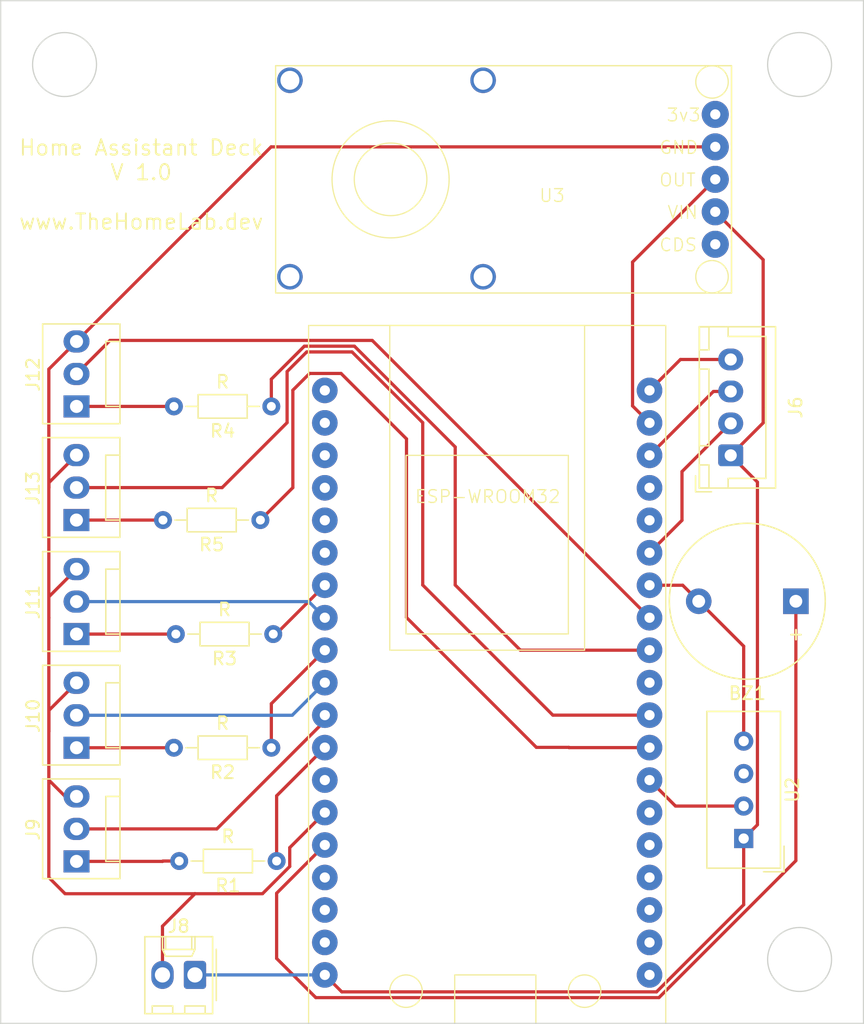
<source format=kicad_pcb>
(kicad_pcb (version 20241229) (generator "pcbnew") (generator_version "9.0")
  (layers (0 "F.Cu" signal) (2 "B.Cu" signal) (13 "F.Paste" user) (15 "B.Paste" user) (5 "F.SilkS" user "F.Silkscreen") (7 "B.SilkS" user "B.Silkscreen") (1 "F.Mask" user) (3 "B.Mask" user) (25 "Edge.Cuts" user))
  (net 0 "")
  (net 1 "+5V")
  (net 2 "Net-(J6-Pin_2)")
  (net 3 "Net-(J6-Pin_3)")
  (net 6 "Net-(BZ1-+)")
  (net 7 "Net-(U1-GPIO25)")
  (net 8 "Net-(U1-GPIO32)")
  (net 10 "GND")
  (net 22 "Net-(J9-Pin_2)")
  (net 23 "Net-(J9-Pin_1)")
  (net 24 "Net-(J10-Pin_1)")
  (net 25 "Net-(J10-Pin_2)")
  (net 26 "Net-(J11-Pin_1)")
  (net 27 "Net-(J11-Pin_2)")
  (net 28 "Net-(J12-Pin_1)")
  (net 29 "Net-(J12-Pin_2)")
  (net 30 "Net-(J13-Pin_2)")
  (net 31 "Net-(J13-Pin_1)")
  (net 32 "Net-(U1-GPIO18)")
  (net 33 "Net-(U1-GPIO04)")
  (net 39 "Net-(U1-GPIO23)")
  (net 40 "Net-(U1-GPIO14)")
  (net 41 "Net-(U1-RX2{slash}GPIO16)")
  (footprint "Connector:FanPinHeader_1x03_P2.54mm_Vertical" (layer "F.Cu") (at 127.475 92.23 90)
    (property "Reference" "J10" (at 2.5 -3.4 90) (layer "F.SilkS"))
    (property "Value" "Conn_01x03_Pin" (hide yes))
    (fp_line (start 6.45 -2.65) (end 6.45 3.4) (stroke (width 0.12)) (layer "F.SilkS"))
    (fp_line (start -1.35 -2.65) (end 6.45 -2.65) (stroke (width 0.12)) (layer "F.SilkS"))
    (fp_line (start 5.08 2.29) (end 5.08 3.3) (stroke (width 0.12)) (layer "F.SilkS"))
    (fp_line (start 0 2.29) (end 5.08 2.29) (stroke (width 0.12)) (layer "F.SilkS"))
    (fp_line (start 0 3.3) (end 0 2.29) (stroke (width 0.12)) (layer "F.SilkS"))
    (fp_line (start 6.45 3.4) (end -1.35 3.4) (stroke (width 0.12)) (layer "F.SilkS"))
    (fp_line (start -1.35 3.4) (end -1.35 -2.65) (stroke (width 0.12)) (layer "F.SilkS"))
    (pad "1" thru_hole rect (at 0 0 180) (size 2.03 1.73) (drill 1.02) (layers "*.Cu" "*.Mask") (net 24 "Net-(J10-Pin_1)"))
    (pad "2" thru_hole oval (at 2.54 0 180) (size 2.03 1.73) (drill 1.02) (layers "*.Cu" "*.Mask") (net 25 "Net-(J10-Pin_2)"))
    (pad "3" thru_hole oval (at 5.08 0 180) (size 2.03 1.73) (drill 1.02) (layers "*.Cu" "*.Mask") (net 10 "GND"))
  )
  (footprint "Connector:FanPinHeader_1x03_P2.54mm_Vertical" (layer "F.Cu") (at 127.475 101.12 90)
    (property "Reference" "J9" (at 2.5 -3.4 90) (layer "F.SilkS"))
    (property "Value" "Conn_01x03_Pin" (hide yes))
    (fp_line (start 6.45 -2.65) (end 6.45 3.4) (stroke (width 0.12)) (layer "F.SilkS"))
    (fp_line (start -1.35 -2.65) (end 6.45 -2.65) (stroke (width 0.12)) (layer "F.SilkS"))
    (fp_line (start 5.08 2.29) (end 5.08 3.3) (stroke (width 0.12)) (layer "F.SilkS"))
    (fp_line (start 0 2.29) (end 5.08 2.29) (stroke (width 0.12)) (layer "F.SilkS"))
    (fp_line (start 0 3.3) (end 0 2.29) (stroke (width 0.12)) (layer "F.SilkS"))
    (fp_line (start 6.45 3.4) (end -1.35 3.4) (stroke (width 0.12)) (layer "F.SilkS"))
    (fp_line (start -1.35 3.4) (end -1.35 -2.65) (stroke (width 0.12)) (layer "F.SilkS"))
    (pad "1" thru_hole rect (at 0 0 180) (size 2.03 1.73) (drill 1.02) (layers "*.Cu" "*.Mask") (net 23 "Net-(J9-Pin_1)"))
    (pad "2" thru_hole oval (at 2.54 0 180) (size 2.03 1.73) (drill 1.02) (layers "*.Cu" "*.Mask") (net 22 "Net-(J9-Pin_2)"))
    (pad "3" thru_hole oval (at 5.08 0 180) (size 2.03 1.73) (drill 1.02) (layers "*.Cu" "*.Mask") (net 10 "GND"))
  )
  (footprint "Sensors:RCWL-0516" (layer "F.Cu") (at 164.7435 47.77)
    (property "Reference" "U3" (at -0.0635 1.27 0) (layer "F.SilkS") (effects (font (thickness 0.1))))
    (property "Value" "~" (hide yes))
    (fp_rect (start -21.6916 -8.89) (end 13.97 8.89) (stroke (width 0.1)) (fill no) (layer "F.SilkS"))
    (fp_rect (start -21.6916 -8.89) (end 13.97 8.89) (stroke (width 0.1)) (fill no) (layer "F.SilkS"))
    (fp_circle (center -12.7 0) (end -15.24 -3.81) (stroke (width 0.1)) (fill no) (layer "F.SilkS"))
    (fp_circle (center -12.7 0) (end -15.24 -1.27) (stroke (width 0.1)) (fill no) (layer "F.SilkS"))
    (fp_circle (center 12.446 -7.62) (end 11.176 -7.62) (stroke (width 0.1)) (fill no) (layer "F.SilkS"))
    (fp_circle (center 12.446 7.62) (end 11.43 6.858) (stroke (width 0.1)) (fill no) (layer "F.SilkS"))
    (fp_text user "OUT" (at 8.255 0.635 0) (layer "F.SilkS") (effects (font (thickness 0.1)) (justify left bottom)))
    (fp_text user "VIN" (at 8.89 3.175 0) (layer "F.SilkS") (effects (font (thickness 0.1)) (justify left bottom)))
    (fp_text user "GND" (at 8.255 -1.905 0) (layer "F.SilkS") (effects (font (thickness 0.1)) (justify left bottom)))
    (fp_text user "3v3" (at 8.8265 -4.445 0) (layer "F.SilkS") (effects (font (thickness 0.1)) (justify left bottom)))
    (fp_text user "CDS" (at 8.255 5.715 0) (layer "F.SilkS") (effects (font (thickness 0.1)) (justify left bottom)))
    (pad "1" thru_hole circle (at 12.7 -5.08 180) (size 2.116667 2.116667) (drill 0.8) (layers "*.Cu" "*.Mask"))
    (pad "2" thru_hole circle (at -20.574 -7.747 180) (size 2 2) (drill 1.48) (layers "*.Cu" "*.Mask") (net 10 "GND"))
    (pad "2" thru_hole circle (at -20.574 7.62 180) (size 2 2) (drill 1.48) (layers "*.Cu" "*.Mask") (net 10 "GND"))
    (pad "2" thru_hole circle (at -5.461 -7.747 180) (size 2 2) (drill 1.48) (layers "*.Cu" "*.Mask") (net 10 "GND"))
    (pad "2" thru_hole circle (at -5.461 7.62 180) (size 2 2) (drill 1.48) (layers "*.Cu" "*.Mask") (net 10 "GND"))
    (pad "2" thru_hole circle (at 12.7 -2.54 180) (size 2.116667 2.116667) (drill 0.8) (layers "*.Cu" "*.Mask") (net 10 "GND"))
    (pad "3" thru_hole circle (at 12.7 0 180) (size 2.116667 2.116667) (drill 0.8) (layers "*.Cu" "*.Mask") (net 39 "Net-(U1-GPIO23)"))
    (pad "4" thru_hole circle (at 12.7 2.54 180) (size 2.116667 2.116667) (drill 0.8) (layers "*.Cu" "*.Mask") (net 1 "+5V"))
    (pad "5" thru_hole circle (at 12.7 5.08 180) (size 2.116667 2.116667) (drill 0.8) (layers "*.Cu" "*.Mask"))
  )
  (footprint "ESP:ESP32-Wroom-NodeMCU" (layer "F.Cu") (at 146.9 110)
    (property "Reference" "U1" (hide yes))
    (property "Value" "ESP32-WROOM-NODEMCU" (hide yes))
    (fp_rect (start -1.27 -50.8) (end 26.67 3.81) (stroke (width 0.1)) (fill no) (layer "F.SilkS"))
    (fp_rect (start 5.08 -50.8) (end 20.32 -25.4) (stroke (width 0.1)) (fill no) (layer "F.SilkS"))
    (fp_rect (start 6.35 -40.64) (end 19.05 -26.67) (stroke (width 0.1)) (fill no) (layer "F.SilkS"))
    (fp_rect (start 10.16 0) (end 16.51 3.81) (stroke (width 0.1)) (fill no) (layer "F.SilkS"))
    (fp_circle (center 6.35 1.27) (end 7.62 1.27) (stroke (width 0.1)) (fill no) (layer "F.SilkS"))
    (fp_circle (center 20.32 1.27) (end 21.59 1.27) (stroke (width 0.1)) (fill no) (layer "F.SilkS"))
    (fp_text user "ESP-WROOM32" (at 6.985 -36.83 0) (layer "F.SilkS") (effects (font (thickness 0.1)) (justify left bottom)))
    (pad "1" thru_hole circle (at 0 0) (size 2 2) (drill 0.8) (layers "*.Cu" "*.Mask") (net 1 "+5V"))
    (pad "2" thru_hole circle (at 0 -2.54) (size 2 2) (drill 0.8) (layers "*.Cu" "*.Mask"))
    (pad "3" thru_hole circle (at 0 -5.08) (size 2 2) (drill 0.8) (layers "*.Cu" "*.Mask"))
    (pad "4" thru_hole circle (at 0 -7.62) (size 2 2) (drill 0.8) (layers "*.Cu" "*.Mask"))
    (pad "5" thru_hole circle (at 0 -10.16) (size 2 2) (drill 0.8) (layers "*.Cu" "*.Mask") (net 6 "Net-(BZ1-+)"))
    (pad "6" thru_hole circle (at 0 -12.7) (size 2 2) (drill 0.8) (layers "*.Cu" "*.Mask") (net 10 "GND"))
    (pad "6" thru_hole circle (at 25.4 -45.72) (size 2 2) (drill 0.8) (layers "*.Cu" "*.Mask") (net 10 "GND"))
    (pad "6" thru_hole circle (at 25.4 -30.48) (size 2 2) (drill 0.8) (layers "*.Cu" "*.Mask") (net 10 "GND"))
    (pad "7" thru_hole circle (at 0 -15.24) (size 2 2) (drill 0.8) (layers "*.Cu" "*.Mask"))
    (pad "8" thru_hole circle (at 0 -17.78) (size 2 2) (drill 0.8) (layers "*.Cu" "*.Mask") (net 40 "Net-(U1-GPIO14)"))
    (pad "9" thru_hole circle (at 0 -20.32) (size 2 2) (drill 0.8) (layers "*.Cu" "*.Mask") (net 22 "Net-(J9-Pin_2)"))
    (pad "10" thru_hole circle (at 0 -22.86) (size 2 2) (drill 0.8) (layers "*.Cu" "*.Mask") (net 25 "Net-(J10-Pin_2)"))
    (pad "11" thru_hole circle (at 0 -25.4) (size 2 2) (drill 0.8) (layers "*.Cu" "*.Mask") (net 7 "Net-(U1-GPIO25)"))
    (pad "12" thru_hole circle (at 0 -27.94) (size 2 2) (drill 0.8) (layers "*.Cu" "*.Mask") (net 27 "Net-(J11-Pin_2)"))
    (pad "13" thru_hole circle (at 0 -30.48) (size 2 2) (drill 0.8) (layers "*.Cu" "*.Mask") (net 8 "Net-(U1-GPIO32)"))
    (pad "14" thru_hole circle (at 0 -33.02) (size 2 2) (drill 0.8) (layers "*.Cu" "*.Mask"))
    (pad "15" thru_hole circle (at 0 -35.56) (size 2 2) (drill 0.8) (layers "*.Cu" "*.Mask"))
    (pad "16" thru_hole circle (at 0 -38.1) (size 2 2) (drill 0.8) (layers "*.Cu" "*.Mask"))
    (pad "17" thru_hole circle (at 0 -40.64) (size 2 2) (drill 0.8) (layers "*.Cu" "*.Mask"))
    (pad "18" thru_hole circle (at 0 -43.18) (size 2 2) (drill 0.8) (layers "*.Cu" "*.Mask"))
    (pad "19" thru_hole circle (at 0 -45.72) (size 2 2) (drill 0.8) (layers "*.Cu" "*.Mask"))
    (pad "20" thru_hole circle (at 25.4 0) (size 2 2) (drill 0.8) (layers "*.Cu" "*.Mask"))
    (pad "21" thru_hole circle (at 25.4 -2.54) (size 2 2) (drill 0.8) (layers "*.Cu" "*.Mask"))
    (pad "22" thru_hole circle (at 25.4 -5.08) (size 2 2) (drill 0.8) (layers "*.Cu" "*.Mask"))
    (pad "23" thru_hole circle (at 25.4 -7.62) (size 2 2) (drill 0.8) (layers "*.Cu" "*.Mask"))
    (pad "24" thru_hole circle (at 25.4 -10.16) (size 2 2) (drill 0.8) (layers "*.Cu" "*.Mask"))
    (pad "25" thru_hole circle (at 25.4 -12.7) (size 2 2) (drill 0.8) (layers "*.Cu" "*.Mask"))
    (pad "26" thru_hole circle (at 25.4 -15.24) (size 2 2) (drill 0.8) (layers "*.Cu" "*.Mask") (net 33 "Net-(U1-GPIO04)"))
    (pad "27" thru_hole circle (at 25.4 -17.78) (size 2 2) (drill 0.8) (layers "*.Cu" "*.Mask") (net 41 "Net-(U1-RX2{slash}GPIO16)"))
    (pad "28" thru_hole circle (at 25.4 -20.32) (size 2 2) (drill 0.8) (layers "*.Cu" "*.Mask") (net 30 "Net-(J13-Pin_2)"))
    (pad "29" thru_hole circle (at 25.4 -22.86) (size 2 2) (drill 0.8) (layers "*.Cu" "*.Mask"))
    (pad "30" thru_hole circle (at 25.4 -25.4) (size 2 2) (drill 0.8) (layers "*.Cu" "*.Mask") (net 32 "Net-(U1-GPIO18)"))
    (pad "31" thru_hole circle (at 25.4 -27.94) (size 2 2) (drill 0.8) (layers "*.Cu" "*.Mask") (net 29 "Net-(J12-Pin_2)"))
    (pad "33" thru_hole circle (at 25.4 -33.02) (size 2 2) (drill 0.8) (layers "*.Cu" "*.Mask") (net 2 "Net-(J6-Pin_2)"))
    (pad "34" thru_hole circle (at 25.4 -35.56) (size 2 2) (drill 0.8) (layers "*.Cu" "*.Mask"))
    (pad "35" thru_hole circle (at 25.4 -38.1) (size 2 2) (drill 0.8) (layers "*.Cu" "*.Mask"))
    (pad "36" thru_hole circle (at 25.4 -40.64) (size 2 2) (drill 0.8) (layers "*.Cu" "*.Mask") (net 3 "Net-(J6-Pin_3)"))
    (pad "37" thru_hole circle (at 25.4 -43.18) (size 2 2) (drill 0.8) (layers "*.Cu" "*.Mask") (net 39 "Net-(U1-GPIO23)"))
  )
  (footprint "Sensor:Aosong_DHT11_5.5x12.0_P2.54mm" (layer "F.Cu") (at 179.666 99.332 180)
    (property "Reference" "U2" (at -3.81 3.81 270) (layer "F.SilkS"))
    (property "Value" "DHT11" (hide yes))
    (fp_line (start 2.88 9.94) (end -2.88 9.94) (stroke (width 0.12)) (layer "F.SilkS"))
    (fp_line (start 2.88 -2.32) (end 2.88 9.94) (stroke (width 0.12)) (layer "F.SilkS"))
    (fp_line (start -2.87 -2.32) (end 2.87 -2.32) (stroke (width 0.12)) (layer "F.SilkS"))
    (fp_line (start -2.88 9.94) (end -2.88 -2.31) (stroke (width 0.12)) (layer "F.SilkS"))
    (fp_line (start -3.16 -2.6) (end -1.55 -2.6) (stroke (width 0.12)) (layer "F.SilkS"))
    (fp_line (start -3.16 -2.6) (end -3.16 -0.6) (stroke (width 0.12)) (layer "F.SilkS"))
    (pad "1" thru_hole rect (at 0 0 180) (size 1.5 1.5) (drill 0.8) (layers "*.Cu" "*.Mask") (net 1 "+5V"))
    (pad "2" thru_hole circle (at 0 2.54 180) (size 1.5 1.5) (drill 0.8) (layers "*.Cu" "*.Mask") (net 33 "Net-(U1-GPIO04)"))
    (pad "3" thru_hole circle (at 0 5.08 180) (size 1.5 1.5) (drill 0.8) (layers "*.Cu" "*.Mask"))
    (pad "4" thru_hole circle (at 0 7.62 180) (size 1.5 1.5) (drill 0.8) (layers "*.Cu" "*.Mask") (net 10 "GND"))
  )
  (footprint "Buzzer_Beeper:Buzzer_12x9.5RM7.6" (layer "F.Cu") (at 183.749 80.772 180)
    (property "Reference" "BZ1" (at 3.8 -7.2 0) (layer "F.SilkS"))
    (property "Value" "Buzzer")
    (fp_circle (center 3.8 0) (end 9.9 0) (stroke (width 0.12)) (fill no) (layer "F.SilkS"))
    (fp_text user "+" (at -0.01 -2.54 0) (layer "F.SilkS"))
    (pad "1" thru_hole rect (at 0 0 180) (size 2 2) (drill 1) (layers "*.Cu" "*.Mask") (net 6 "Net-(BZ1-+)"))
    (pad "2" thru_hole circle (at 7.6 0 180) (size 2 2) (drill 1) (layers "*.Cu" "*.Mask") (net 10 "GND"))
  )
  (footprint "Resistor_THT:R_Axial_DIN0204_L3.6mm_D1.6mm_P7.62mm_Horizontal" (layer "F.Cu") (at 143.129 101.092 180)
    (property "Reference" "R1" (at 3.81 -1.92 180) (layer "F.SilkS"))
    (property "Value" "R" (at 3.81 1.92 180) (layer "F.SilkS"))
    (fp_line (start 6.68 0) (end 5.73 0) (stroke (width 0.12)) (layer "F.SilkS"))
    (fp_line (start 0.94 0) (end 1.89 0) (stroke (width 0.12)) (layer "F.SilkS"))
    (fp_rect (start 1.89 -0.92) (end 5.73 0.92) (stroke (width 0.12)) (fill no) (layer "F.SilkS"))
    (pad "1" thru_hole circle (at 0 0 180) (size 1.4 1.4) (drill 0.7) (layers "*.Cu" "*.Mask") (net 40 "Net-(U1-GPIO14)"))
    (pad "2" thru_hole circle (at 7.62 0 180) (size 1.4 1.4) (drill 0.7) (layers "*.Cu" "*.Mask") (net 23 "Net-(J9-Pin_1)"))
  )
  (footprint "Connector_Molex:Molex_KK-254_AE-6410-02A_1x02_P2.54mm_Vertical" (layer "F.Cu") (at 136.74 110 180)
    (property "Reference" "J8" (at 1.27 3.81 0) (layer "F.SilkS"))
    (property "Value" "Conn_01x02" (hide yes))
    (fp_line (start 3.92 2.99) (end 3.92 -3.03) (stroke (width 0.12)) (layer "F.SilkS"))
    (fp_line (start 3.92 -3.03) (end -1.38 -3.03) (stroke (width 0.12)) (layer "F.SilkS"))
    (fp_line (start 3.34 -2.43) (end 3.34 -3.03) (stroke (width 0.12)) (layer "F.SilkS"))
    (fp_line (start 2.54 1.99) (end 2.54 2.99) (stroke (width 0.12)) (layer "F.SilkS"))
    (fp_line (start 2.29 2.99) (end 2.29 1.99) (stroke (width 0.12)) (layer "F.SilkS"))
    (fp_line (start 2.29 1.46) (end 2.54 1.99) (stroke (width 0.12)) (layer "F.SilkS"))
    (fp_line (start 1.74 -2.43) (end 3.34 -2.43) (stroke (width 0.12)) (layer "F.SilkS"))
    (fp_line (start 1.74 -3.03) (end 1.74 -2.43) (stroke (width 0.12)) (layer "F.SilkS"))
    (fp_line (start 0.8 -2.43) (end 0.8 -3.03) (stroke (width 0.12)) (layer "F.SilkS"))
    (fp_line (start 0.25 2.99) (end 0.25 1.99) (stroke (width 0.12)) (layer "F.SilkS"))
    (fp_line (start 0.25 1.46) (end 2.29 1.46) (stroke (width 0.12)) (layer "F.SilkS"))
    (fp_line (start 0 2.99) (end 0 1.99) (stroke (width 0.12)) (layer "F.SilkS"))
    (fp_line (start 0 1.99) (end 2.54 1.99) (stroke (width 0.12)) (layer "F.SilkS"))
    (fp_line (start 0 1.99) (end 0.25 1.46) (stroke (width 0.12)) (layer "F.SilkS"))
    (fp_line (start -0.8 -2.43) (end 0.8 -2.43) (stroke (width 0.12)) (layer "F.SilkS"))
    (fp_line (start -0.8 -3.03) (end -0.8 -2.43) (stroke (width 0.12)) (layer "F.SilkS"))
    (fp_line (start -1.38 2.99) (end 3.92 2.99) (stroke (width 0.12)) (layer "F.SilkS"))
    (fp_line (start -1.38 -3.03) (end -1.38 2.99) (stroke (width 0.12)) (layer "F.SilkS"))
    (fp_line (start -1.67 -2) (end -1.67 2) (stroke (width 0.12)) (layer "F.SilkS"))
    (pad "1" thru_hole roundrect (at 0 0 180) (size 1.74 2.19) (drill 1.19) (layers "*.Cu" "*.Mask") (roundrect_rratio 0.143678) (net 1 "+5V"))
    (pad "2" thru_hole oval (at 2.54 0 180) (size 1.74 2.19) (drill 1.19) (layers "*.Cu" "*.Mask") (net 10 "GND"))
  )
  (footprint "Connector:FanPinHeader_1x03_P2.54mm_Vertical" (layer "F.Cu") (at 127.475 83.34 90)
    (property "Reference" "J11" (at 2.5 -3.4 90) (layer "F.SilkS"))
    (property "Value" "Conn_01x03_Pin")
    (fp_line (start 6.45 -2.65) (end 6.45 3.4) (stroke (width 0.12)) (layer "F.SilkS"))
    (fp_line (start -1.35 -2.65) (end 6.45 -2.65) (stroke (width 0.12)) (layer "F.SilkS"))
    (fp_line (start 5.08 2.29) (end 5.08 3.3) (stroke (width 0.12)) (layer "F.SilkS"))
    (fp_line (start 0 2.29) (end 5.08 2.29) (stroke (width 0.12)) (layer "F.SilkS"))
    (fp_line (start 0 3.3) (end 0 2.29) (stroke (width 0.12)) (layer "F.SilkS"))
    (fp_line (start 6.45 3.4) (end -1.35 3.4) (stroke (width 0.12)) (layer "F.SilkS"))
    (fp_line (start -1.35 3.4) (end -1.35 -2.65) (stroke (width 0.12)) (layer "F.SilkS"))
    (pad "1" thru_hole rect (at 0 0 180) (size 2.03 1.73) (drill 1.02) (layers "*.Cu" "*.Mask") (net 26 "Net-(J11-Pin_1)"))
    (pad "2" thru_hole oval (at 2.54 0 180) (size 2.03 1.73) (drill 1.02) (layers "*.Cu" "*.Mask") (net 27 "Net-(J11-Pin_2)"))
    (pad "3" thru_hole oval (at 5.08 0 180) (size 2.03 1.73) (drill 1.02) (layers "*.Cu" "*.Mask") (net 10 "GND"))
  )
  (footprint "Connector_JST:JST_XH_B4B-XH-A_1x04_P2.50mm_Vertical" (layer "F.Cu") (at 178.65 69.36 90)
    (property "Reference" "J6" (at 3.75 5.08 90) (layer "F.SilkS"))
    (property "Value" "Conn_01x04_Pin" (hide yes))
    (fp_line (start -1.6 -2.75) (end -2.85 -2.75) (stroke (width 0.12)) (layer "F.SilkS"))
    (fp_line (start -2.85 -2.75) (end -2.85 -1.5) (stroke (width 0.12)) (layer "F.SilkS"))
    (fp_line (start 10.06 -2.46) (end -2.56 -2.46) (stroke (width 0.12)) (layer "F.SilkS"))
    (fp_line (start -2.56 -2.46) (end -2.56 3.51) (stroke (width 0.12)) (layer "F.SilkS"))
    (fp_line (start 10.05 -2.45) (end 8.25 -2.45) (stroke (width 0.12)) (layer "F.SilkS"))
    (fp_line (start 8.25 -2.45) (end 8.25 -1.7) (stroke (width 0.12)) (layer "F.SilkS"))
    (fp_line (start 6.75 -2.45) (end 0.75 -2.45) (stroke (width 0.12)) (layer "F.SilkS"))
    (fp_line (start 0.75 -2.45) (end 0.75 -1.7) (stroke (width 0.12)) (layer "F.SilkS"))
    (fp_line (start -0.75 -2.45) (end -2.55 -2.45) (stroke (width 0.12)) (layer "F.SilkS"))
    (fp_line (start -2.55 -2.45) (end -2.55 -1.7) (stroke (width 0.12)) (layer "F.SilkS"))
    (fp_line (start 10.05 -1.7) (end 10.05 -2.45) (stroke (width 0.12)) (layer "F.SilkS"))
    (fp_line (start 8.25 -1.7) (end 10.05 -1.7) (stroke (width 0.12)) (layer "F.SilkS"))
    (fp_line (start 6.75 -1.7) (end 6.75 -2.45) (stroke (width 0.12)) (layer "F.SilkS"))
    (fp_line (start 0.75 -1.7) (end 6.75 -1.7) (stroke (width 0.12)) (layer "F.SilkS"))
    (fp_line (start -0.75 -1.7) (end -0.75 -2.45) (stroke (width 0.12)) (layer "F.SilkS"))
    (fp_line (start -2.55 -1.7) (end -0.75 -1.7) (stroke (width 0.12)) (layer "F.SilkS"))
    (fp_line (start 10.05 -0.2) (end 9.3 -0.2) (stroke (width 0.12)) (layer "F.SilkS"))
    (fp_line (start 9.3 -0.2) (end 9.3 2.75) (stroke (width 0.12)) (layer "F.SilkS"))
    (fp_line (start -1.8 -0.2) (end -1.8 2.75) (stroke (width 0.12)) (layer "F.SilkS"))
    (fp_line (start -2.55 -0.2) (end -1.8 -0.2) (stroke (width 0.12)) (layer "F.SilkS"))
    (fp_line (start 9.3 2.75) (end 3.75 2.75) (stroke (width 0.12)) (layer "F.SilkS"))
    (fp_line (start -1.8 2.75) (end 3.75 2.75) (stroke (width 0.12)) (layer "F.SilkS"))
    (fp_line (start 10.06 3.51) (end 10.06 -2.46) (stroke (width 0.12)) (layer "F.SilkS"))
    (fp_line (start -2.56 3.51) (end 10.06 3.51) (stroke (width 0.12)) (layer "F.SilkS"))
    (pad "1" thru_hole roundrect (at 0 0 90) (size 1.7 1.95) (drill 0.95) (layers "*.Cu" "*.Mask") (roundrect_rratio 0.147059) (net 1 "+5V"))
    (pad "2" thru_hole oval (at 2.5 0 90) (size 1.7 1.95) (drill 0.95) (layers "*.Cu" "*.Mask") (net 2 "Net-(J6-Pin_2)"))
    (pad "3" thru_hole oval (at 5 0 90) (size 1.7 1.95) (drill 0.95) (layers "*.Cu" "*.Mask") (net 3 "Net-(J6-Pin_3)"))
    (pad "4" thru_hole oval (at 7.5 0 90) (size 1.7 1.95) (drill 0.95) (layers "*.Cu" "*.Mask") (net 10 "GND"))
  )
  (footprint "Connector:FanPinHeader_1x03_P2.54mm_Vertical" (layer "F.Cu") (at 127.469 74.422 90)
    (property "Reference" "J13" (at 2.5 -3.4 90) (layer "F.SilkS"))
    (property "Value" "Conn_01x03_Pin" (hide yes))
    (fp_line (start 6.45 -2.65) (end 6.45 3.4) (stroke (width 0.12)) (layer "F.SilkS"))
    (fp_line (start -1.35 -2.65) (end 6.45 -2.65) (stroke (width 0.12)) (layer "F.SilkS"))
    (fp_line (start 5.08 2.29) (end 5.08 3.3) (stroke (width 0.12)) (layer "F.SilkS"))
    (fp_line (start 0 2.29) (end 5.08 2.29) (stroke (width 0.12)) (layer "F.SilkS"))
    (fp_line (start 0 3.3) (end 0 2.29) (stroke (width 0.12)) (layer "F.SilkS"))
    (fp_line (start 6.45 3.4) (end -1.35 3.4) (stroke (width 0.12)) (layer "F.SilkS"))
    (fp_line (start -1.35 3.4) (end -1.35 -2.65) (stroke (width 0.12)) (layer "F.SilkS"))
    (pad "1" thru_hole rect (at 0 0 180) (size 2.03 1.73) (drill 1.02) (layers "*.Cu" "*.Mask") (net 31 "Net-(J13-Pin_1)"))
    (pad "2" thru_hole oval (at 2.54 0 180) (size 2.03 1.73) (drill 1.02) (layers "*.Cu" "*.Mask") (net 30 "Net-(J13-Pin_2)"))
    (pad "3" thru_hole oval (at 5.08 0 180) (size 2.03 1.73) (drill 1.02) (layers "*.Cu" "*.Mask") (net 10 "GND"))
  )
  (footprint "Connector:FanPinHeader_1x03_P2.54mm_Vertical" (layer "F.Cu") (at 127.475 65.532 90)
    (property "Reference" "J12" (at 2.5 -3.4 90) (layer "F.SilkS"))
    (property "Value" "Conn_01x03_Pin" (hide yes))
    (fp_line (start 6.45 -2.65) (end 6.45 3.4) (stroke (width 0.12)) (layer "F.SilkS"))
    (fp_line (start -1.35 -2.65) (end 6.45 -2.65) (stroke (width 0.12)) (layer "F.SilkS"))
    (fp_line (start 5.08 2.29) (end 5.08 3.3) (stroke (width 0.12)) (layer "F.SilkS"))
    (fp_line (start 0 2.29) (end 5.08 2.29) (stroke (width 0.12)) (layer "F.SilkS"))
    (fp_line (start 0 3.3) (end 0 2.29) (stroke (width 0.12)) (layer "F.SilkS"))
    (fp_line (start 6.45 3.4) (end -1.35 3.4) (stroke (width 0.12)) (layer "F.SilkS"))
    (fp_line (start -1.35 3.4) (end -1.35 -2.65) (stroke (width 0.12)) (layer "F.SilkS"))
    (pad "1" thru_hole rect (at 0 0 180) (size 2.03 1.73) (drill 1.02) (layers "*.Cu" "*.Mask") (net 28 "Net-(J12-Pin_1)"))
    (pad "2" thru_hole oval (at 2.54 0 180) (size 2.03 1.73) (drill 1.02) (layers "*.Cu" "*.Mask") (net 29 "Net-(J12-Pin_2)"))
    (pad "3" thru_hole oval (at 5.08 0 180) (size 2.03 1.73) (drill 1.02) (layers "*.Cu" "*.Mask") (net 10 "GND"))
  )
  (footprint "Resistor_THT:R_Axial_DIN0204_L3.6mm_D1.6mm_P7.62mm_Horizontal" (layer "F.Cu") (at 141.859 74.422 180)
    (property "Reference" "R5" (at 3.81 -1.92 180) (layer "F.SilkS"))
    (property "Value" "R" (at 3.81 1.92 180) (layer "F.SilkS"))
    (fp_line (start 6.68 0) (end 5.73 0) (stroke (width 0.12)) (layer "F.SilkS"))
    (fp_line (start 0.94 0) (end 1.89 0) (stroke (width 0.12)) (layer "F.SilkS"))
    (fp_rect (start 1.89 -0.92) (end 5.73 0.92) (stroke (width 0.12)) (fill no) (layer "F.SilkS"))
    (pad "1" thru_hole circle (at 0 0 180) (size 1.4 1.4) (drill 0.7) (layers "*.Cu" "*.Mask") (net 41 "Net-(U1-RX2{slash}GPIO16)"))
    (pad "2" thru_hole circle (at 7.62 0 180) (size 1.4 1.4) (drill 0.7) (layers "*.Cu" "*.Mask") (net 31 "Net-(J13-Pin_1)"))
  )
  (footprint "Resistor_THT:R_Axial_DIN0204_L3.6mm_D1.6mm_P7.62mm_Horizontal" (layer "F.Cu") (at 142.715 65.532 180)
    (property "Reference" "R4" (at 3.81 -1.92 180) (layer "F.SilkS"))
    (property "Value" "R" (at 3.81 1.92 180) (layer "F.SilkS"))
    (fp_line (start 6.68 0) (end 5.73 0) (stroke (width 0.12)) (layer "F.SilkS"))
    (fp_line (start 0.94 0) (end 1.89 0) (stroke (width 0.12)) (layer "F.SilkS"))
    (fp_rect (start 1.89 -0.92) (end 5.73 0.92) (stroke (width 0.12)) (fill no) (layer "F.SilkS"))
    (pad "1" thru_hole circle (at 0 0 180) (size 1.4 1.4) (drill 0.7) (layers "*.Cu" "*.Mask") (net 32 "Net-(U1-GPIO18)"))
    (pad "2" thru_hole circle (at 7.62 0 180) (size 1.4 1.4) (drill 0.7) (layers "*.Cu" "*.Mask") (net 28 "Net-(J12-Pin_1)"))
  )
  (footprint "Resistor_THT:R_Axial_DIN0204_L3.6mm_D1.6mm_P7.62mm_Horizontal" (layer "F.Cu") (at 142.715 92.23 180)
    (property "Reference" "R2" (at 3.81 -1.92 180) (layer "F.SilkS"))
    (property "Value" "R" (at 3.81 1.92 180) (layer "F.SilkS"))
    (fp_line (start 6.68 0) (end 5.73 0) (stroke (width 0.12)) (layer "F.SilkS"))
    (fp_line (start 0.94 0) (end 1.89 0) (stroke (width 0.12)) (layer "F.SilkS"))
    (fp_rect (start 1.89 -0.92) (end 5.73 0.92) (stroke (width 0.12)) (fill no) (layer "F.SilkS"))
    (pad "1" thru_hole circle (at 0 0 180) (size 1.4 1.4) (drill 0.7) (layers "*.Cu" "*.Mask") (net 7 "Net-(U1-GPIO25)"))
    (pad "2" thru_hole circle (at 7.62 0 180) (size 1.4 1.4) (drill 0.7) (layers "*.Cu" "*.Mask") (net 24 "Net-(J10-Pin_1)"))
  )
  (footprint "Resistor_THT:R_Axial_DIN0204_L3.6mm_D1.6mm_P7.62mm_Horizontal" (layer "F.Cu") (at 142.865 83.34 180)
    (property "Reference" "R3" (at 3.81 -1.92 180) (layer "F.SilkS"))
    (property "Value" "R" (at 3.81 1.92 180) (layer "F.SilkS"))
    (fp_line (start 6.68 0) (end 5.73 0) (stroke (width 0.12)) (layer "F.SilkS"))
    (fp_line (start 0.94 0) (end 1.89 0) (stroke (width 0.12)) (layer "F.SilkS"))
    (fp_rect (start 1.89 -0.92) (end 5.73 0.92) (stroke (width 0.12)) (fill no) (layer "F.SilkS"))
    (pad "1" thru_hole circle (at 0 0 180) (size 1.4 1.4) (drill 0.7) (layers "*.Cu" "*.Mask") (net 8 "Net-(U1-GPIO32)"))
    (pad "2" thru_hole circle (at 7.62 0 180) (size 1.4 1.4) (drill 0.7) (layers "*.Cu" "*.Mask") (net 26 "Net-(J11-Pin_1)"))
  )
  (gr_circle (center 184.039 38.792) (end 184.039 41.292) (stroke (width 0.1)) (fill no) (layer "Edge.Cuts"))
  (gr_circle (center 126.539 38.792) (end 126.539 41.292) (stroke (width 0.1)) (fill no) (layer "Edge.Cuts"))
  (gr_circle (center 184.039 108.792) (end 186.539 108.792) (stroke (width 0.1)) (fill no) (layer "Edge.Cuts"))
  (gr_circle (center 126.539 108.792) (end 126.539 111.292) (stroke (width 0.1)) (fill no) (layer "Edge.Cuts"))
  (gr_rect (start 121.539 33.792) (end 189.039 113.792) (stroke (width 0.1)) (fill no) (layer "Edge.Cuts"))
  (gr_text "Home Assistant Deck\nV 1.0\n\nwww.TheHomeLab.dev" (at 132.539 51.792 0) (layer "F.SilkS") (effects (font (size 1.2 1.2)) (justify bottom)))
  (segment (start 178.65 69.36) (end 180.742 71.452) (width 0.25) (layer "F.Cu") (net 1))
  (segment (start 180.742 71.452) (end 180.742 98.256) (width 0.25) (layer "F.Cu") (net 1))
  (segment (start 180.742 98.256) (end 179.666 99.332) (width 0.25) (layer "F.Cu") (net 1))
  (segment (start 177.4435 50.31) (end 181.19 54.0565) (width 0.25) (layer "F.Cu") (net 1))
  (segment (start 181.19 54.0565) (end 181.19 66.82) (width 0.25) (layer "F.Cu") (net 1))
  (segment (start 179.666 104.509248) (end 172.849248 111.326) (width 0.25) (layer "F.Cu") (net 1))
  (segment (start 181.19 66.82) (end 178.65 69.36) (width 0.25) (layer "F.Cu") (net 1))
  (segment (start 148.226 111.326) (end 146.9 110) (width 0.25) (layer "F.Cu") (net 1))
  (segment (start 172.849248 111.326) (end 148.226 111.326) (width 0.25) (layer "F.Cu") (net 1))
  (segment (start 179.666 99.332) (end 179.666 104.509248) (width 0.25) (layer "F.Cu") (net 1))
  (segment (start 136.74 110) (end 146.9 110) (width 0.25) (layer "B.Cu") (net 1))
  (segment (start 178.61 66.86) (end 174.84 70.63) (width 0.25) (layer "F.Cu") (net 2))
  (segment (start 174.84 70.63) (end 174.84 74.44) (width 0.25) (layer "F.Cu") (net 2))
  (segment (start 178.65 66.86) (end 178.61 66.86) (width 0.25) (layer "F.Cu") (net 2))
  (segment (start 174.84 74.44) (end 172.3 76.98) (width 0.25) (layer "F.Cu") (net 2))
  (segment (start 177.3 64.36) (end 172.3 69.36) (width 0.25) (layer "F.Cu") (net 3))
  (segment (start 178.65 64.36) (end 177.3 64.36) (width 0.25) (layer "F.Cu") (net 3))
  (segment (start 183.749 101.064058) (end 173.036058 111.777) (width 0.25) (layer "F.Cu") (net 6))
  (segment (start 143.129 103.611) (end 146.9 99.84) (width 0.25) (layer "F.Cu") (net 6))
  (segment (start 183.749 80.772) (end 183.749 101.064058) (width 0.25) (layer "F.Cu") (net 6))
  (segment (start 173.036058 111.777) (end 146.194 111.777) (width 0.25) (layer "F.Cu") (net 6))
  (segment (start 146.194 111.777) (end 143.129 108.712) (width 0.25) (layer "F.Cu") (net 6))
  (segment (start 143.129 108.712) (end 143.129 103.611) (width 0.25) (layer "F.Cu") (net 6))
  (segment (start 146.9 84.6) (end 142.715 88.785) (width 0.25) (layer "F.Cu") (net 7))
  (segment (start 142.715 88.785) (end 142.715 92.23) (width 0.25) (layer "F.Cu") (net 7))
  (segment (start 146.9 79.52) (end 143.08 83.34) (width 0.25) (layer "F.Cu") (net 8))
  (segment (start 143.08 83.34) (end 142.865 83.34) (width 0.25) (layer "F.Cu") (net 8))
  (segment (start 125.31 90.95) (end 125.31 82.06) (width 0.25) (layer "F.Cu") (net 10))
  (segment (start 125.31 71.882) (end 125.31 80.425) (width 0.25) (layer "F.Cu") (net 10))
  (segment (start 125.31 94.76) (end 125.31 90.95) (width 0.25) (layer "F.Cu") (net 10))
  (segment (start 125.31 80.425) (end 125.31 82.06) (width 0.25) (layer "F.Cu") (net 10))
  (segment (start 125.31 71.501) (end 125.31 71.882) (width 0.25) (layer "F.Cu") (net 10))
  (segment (start 134.2 106.19) (end 136.74 103.65) (width 0.25) (layer "F.Cu") (net 10))
  (segment (start 127.475 60.452) (end 125.31 62.617) (width 0.25) (layer "F.Cu") (net 10))
  (segment (start 144.155 100.045) (end 146.9 97.3) (width 0.25) (layer "F.Cu") (net 10))
  (segment (start 142.021984 103.65) (end 144.155 101.516984) (width 0.25) (layer "F.Cu") (net 10))
  (segment (start 144.155 101.516984) (end 144.155 100.045) (width 0.25) (layer "F.Cu") (net 10))
  (segment (start 126.59 96.04) (end 125.31 94.76) (width 0.25) (layer "F.Cu") (net 10))
  (segment (start 125.31 62.617) (end 125.31 71.882) (width 0.25) (layer "F.Cu") (net 10))
  (segment (start 134.2 110) (end 134.2 106.19) (width 0.25) (layer "F.Cu") (net 10))
  (segment (start 178.65 61.86) (end 174.72 61.86) (width 0.25) (layer "F.Cu") (net 10))
  (segment (start 179.666 84.289) (end 176.149 80.772) (width 0.25) (layer "F.Cu") (net 10))
  (segment (start 174.72 61.86) (end 172.3 64.28) (width 0.25) (layer "F.Cu") (net 10))
  (segment (start 179.666 91.712) (end 179.666 84.289) (width 0.25) (layer "F.Cu") (net 10))
  (segment (start 127.475 87.15) (end 125.31 89.315) (width 0.25) (layer "F.Cu") (net 10))
  (segment (start 125.31 89.315) (end 125.31 90.95) (width 0.25) (layer "F.Cu") (net 10))
  (segment (start 174.897 79.52) (end 172.3 79.52) (width 0.25) (layer "F.Cu") (net 10))
  (segment (start 126.58 103.65) (end 125.31 102.38) (width 0.25) (layer "F.Cu") (net 10))
  (segment (start 142.697 45.23) (end 127.475 60.452) (width 0.25) (layer "F.Cu") (net 10))
  (segment (start 125.31 102.38) (end 125.31 94.76) (width 0.25) (layer "F.Cu") (net 10))
  (segment (start 127.475 78.26) (end 125.31 80.425) (width 0.25) (layer "F.Cu") (net 10))
  (segment (start 136.74 103.65) (end 142.021984 103.65) (width 0.25) (layer "F.Cu") (net 10))
  (segment (start 136.74 103.65) (end 126.58 103.65) (width 0.25) (layer "F.Cu") (net 10))
  (segment (start 127.475 96.04) (end 126.59 96.04) (width 0.25) (layer "F.Cu") (net 10))
  (segment (start 176.149 80.772) (end 174.897 79.52) (width 0.25) (layer "F.Cu") (net 10))
  (segment (start 127.469 69.342) (end 125.31 71.501) (width 0.25) (layer "F.Cu") (net 10))
  (segment (start 177.4435 45.23) (end 142.697 45.23) (width 0.25) (layer "F.Cu") (net 10))
  (segment (start 146.9 89.68) (end 146.9 90.133794) (width 0.25) (layer "F.Cu") (net 22))
  (segment (start 146.9 90.133794) (end 138.453794 98.58) (width 0.25) (layer "F.Cu") (net 22))
  (segment (start 138.453794 98.58) (end 127.475 98.58) (width 0.25) (layer "F.Cu") (net 22))
  (segment (start 135.509 101.092) (end 134.239 101.092) (width 0.25) (layer "F.Cu") (net 23))
  (segment (start 134.239 101.092) (end 134.211 101.12) (width 0.25) (layer "F.Cu") (net 23))
  (segment (start 134.211 101.12) (end 127.475 101.12) (width 0.25) (layer "F.Cu") (net 23))
  (segment (start 127.475 92.23) (end 135.095 92.23) (width 0.25) (layer "F.Cu") (net 24))
  (segment (start 127.475 89.69) (end 144.35 89.69) (width 0.25) (layer "B.Cu") (net 25))
  (segment (start 144.35 89.69) (end 146.9 87.14) (width 0.25) (layer "B.Cu") (net 25))
  (segment (start 135.245 83.34) (end 127.475 83.34) (width 0.25) (layer "F.Cu") (net 26))
  (segment (start 145.64 80.8) (end 146.9 82.06) (width 0.25) (layer "B.Cu") (net 27))
  (segment (start 127.475 80.8) (end 145.64 80.8) (width 0.25) (layer "B.Cu") (net 27))
  (segment (start 135.095 65.532) (end 127.475 65.532) (width 0.25) (layer "F.Cu") (net 28))
  (segment (start 130.098 60.369) (end 150.609 60.369) (width 0.25) (layer "F.Cu") (net 29))
  (segment (start 127.475 62.992) (end 130.098 60.369) (width 0.25) (layer "F.Cu") (net 29))
  (segment (start 150.609 60.369) (end 172.3 82.06) (width 0.25) (layer "F.Cu") (net 29))
  (segment (start 127.469 71.882) (end 138.868 71.882) (width 0.25) (layer "F.Cu") (net 30))
  (segment (start 138.868 71.882) (end 143.948 66.802) (width 0.25) (layer "F.Cu") (net 30))
  (segment (start 164.737 89.68) (end 172.3 89.68) (width 0.25) (layer "F.Cu") (net 30))
  (segment (start 149.028 61.271) (end 154.559 66.802) (width 0.25) (layer "F.Cu") (net 30))
  (segment (start 143.948 66.802) (end 143.948 62.80519) (width 0.25) (layer "F.Cu") (net 30))
  (segment (start 143.948 62.80519) (end 145.48219 61.271) (width 0.25) (layer "F.Cu") (net 30))
  (segment (start 154.559 79.502) (end 164.737 89.68) (width 0.25) (layer "F.Cu") (net 30))
  (segment (start 145.48219 61.271) (end 149.028 61.271) (width 0.25) (layer "F.Cu") (net 30))
  (segment (start 154.559 66.802) (end 154.559 79.502) (width 0.25) (layer "F.Cu") (net 30))
  (segment (start 127.469 74.422) (end 134.239 74.422) (width 0.25) (layer "F.Cu") (net 31))
  (segment (start 145.29538 60.82) (end 149.21481 60.82) (width 0.25) (layer "F.Cu") (net 32))
  (segment (start 162.197 84.6) (end 172.3 84.6) (width 0.25) (layer "F.Cu") (net 32))
  (segment (start 149.21481 60.82) (end 157.099 68.70419) (width 0.25) (layer "F.Cu") (net 32))
  (segment (start 157.099 68.70419) (end 157.099 79.502) (width 0.25) (layer "F.Cu") (net 32))
  (segment (start 142.715 65.532) (end 142.715 63.40038) (width 0.25) (layer "F.Cu") (net 32))
  (segment (start 157.099 79.502) (end 162.197 84.6) (width 0.25) (layer "F.Cu") (net 32))
  (segment (start 142.715 63.40038) (end 145.29538 60.82) (width 0.25) (layer "F.Cu") (net 32))
  (segment (start 174.332 96.792) (end 172.3 94.76) (width 0.25) (layer "F.Cu") (net 33))
  (segment (start 179.666 96.792) (end 174.332 96.792) (width 0.25) (layer "F.Cu") (net 33))
  (segment (start 177.4435 47.77) (end 170.974 54.2395) (width 0.25) (layer "F.Cu") (net 39))
  (segment (start 170.974 65.494) (end 172.3 66.82) (width 0.25) (layer "F.Cu") (net 39))
  (segment (start 170.974 54.2395) (end 170.974 65.494) (width 0.25) (layer "F.Cu") (net 39))
  (segment (start 146.9 92.22) (end 143.129 95.991) (width 0.25) (layer "F.Cu") (net 40))
  (segment (start 143.129 95.991) (end 143.129 101.092) (width 0.25) (layer "F.Cu") (net 40))
  (segment (start 144.399 64.262) (end 145.707 62.954) (width 0.25) (layer "F.Cu") (net 41))
  (segment (start 141.859 74.422) (end 144.399 71.882) (width 0.25) (layer "F.Cu") (net 41))
  (segment (start 165.989 92.202) (end 166.007 92.22) (width 0.25) (layer "F.Cu") (net 41))
  (segment (start 166.007 92.22) (end 172.3 92.22) (width 0.25) (layer "F.Cu") (net 41))
  (segment (start 148.171 62.954) (end 153.289 68.072) (width 0.25) (layer "F.Cu") (net 41))
  (segment (start 144.399 71.882) (end 144.399 64.262) (width 0.25) (layer "F.Cu") (net 41))
  (segment (start 145.707 62.954) (end 148.171 62.954) (width 0.25) (layer "F.Cu") (net 41))
  (segment (start 153.289 82.042) (end 163.449 92.202) (width 0.25) (layer "F.Cu") (net 41))
  (segment (start 163.449 92.202) (end 165.989 92.202) (width 0.25) (layer "F.Cu") (net 41))
  (segment (start 153.289 68.072) (end 153.289 82.042) (width 0.25) (layer "F.Cu") (net 41))
)
</source>
